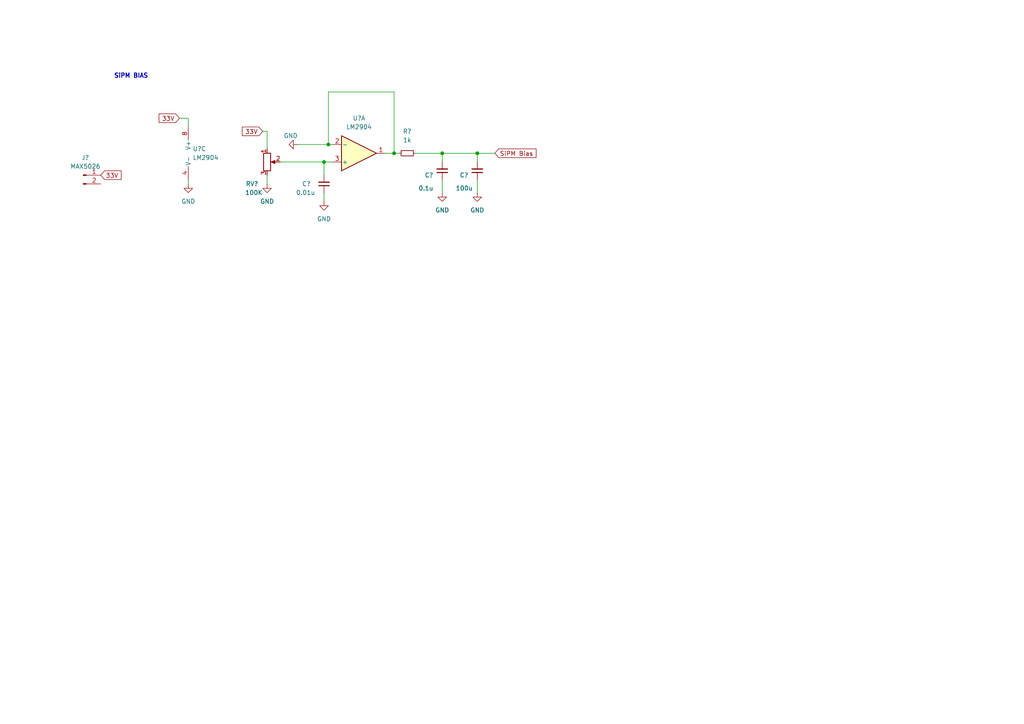
<source format=kicad_sch>
(kicad_sch (version 20211123) (generator eeschema)
  (paper "A4")
  (lib_symbols
    (symbol "Amplifier_Operational:LM2904" (pin_names (offset 0.127))
      (property "Reference" "U" (at 0 5.08 0))
      (property "Value" "LM2904" (at 0 -5.08 0))
      (symbol "LM2904_1_1"
        (polyline (pts (xy -5.08 5.08) (xy 5.08 0) (xy -5.08 -5.08) (xy -5.08 5.08)) (stroke (width 0.254)) (fill (type background)))
        (pin output line (at 7.62 0 180) (length 2.54) (name "~") (number "1"))
        (pin input line (at -7.62 -2.54 0) (length 2.54) (name "-") (number "2"))
        (pin input line (at -7.62 2.54 0) (length 2.54) (name "+") (number "3"))
      )
      (symbol "LM2904_2_1"
        (polyline (pts (xy -5.08 5.08) (xy 5.08 0) (xy -5.08 -5.08) (xy -5.08 5.08)) (stroke (width 0.254)) (fill (type background)))
        (pin input line (at -7.62 2.54 0) (length 2.54) (name "+") (number "5"))
        (pin input line (at -7.62 -2.54 0) (length 2.54) (name "-") (number "6"))
        (pin output line (at 7.62 0 180) (length 2.54) (name "~") (number "7"))
      )
      (symbol "LM2904_3_1"
        (pin power_in line (at -2.54 -7.62 90) (length 3.81) (name "V-") (number "4"))
        (pin power_in line (at -2.54 7.62 270) (length 3.81) (name "V+") (number "8"))
      )
    )
    (symbol "Connector:Conn_01x02_Male" (pin_names (offset 1.016) hide)
      (property "Reference" "J" (at 0 2.54 0))
      (property "Value" "Conn_01x02_Male" (at 0 -5.08 0))
      (symbol "Conn_01x02_Male_1_1"
        (polyline (pts (xy 1.27 -2.54) (xy 0.8636 -2.54)) (stroke (width 0.1524)))
        (polyline (pts (xy 1.27 0) (xy 0.8636 0)) (stroke (width 0.1524)))
        (rectangle (start 0.8636 -2.413) (end 0 -2.667) (stroke (width 0.1524)) (fill (type outline)))
        (rectangle (start 0.8636 0.127) (end 0 -0.127) (stroke (width 0.1524)) (fill (type outline)))
        (pin passive line (at 5.08 0 180) (length 3.81) (name "Pin_1") (number "1"))
        (pin passive line (at 5.08 -2.54 180) (length 3.81) (name "Pin_2") (number "2"))
      )
    )
    (symbol "Device:C_Small" (pin_numbers hide) (pin_names (offset 0.254) hide)
      (property "Reference" "C" (at 0.254 1.778 0))
      (property "Value" "C_Small" (at 0.254 -2.032 0))
      (symbol "C_Small_0_1"
        (polyline (pts (xy -1.524 -0.508) (xy 1.524 -0.508)) (stroke (width 0.3302)))
        (polyline (pts (xy -1.524 0.508) (xy 1.524 0.508)) (stroke (width 0.3048)))
      )
      (symbol "C_Small_1_1"
        (pin passive line (at 0 2.54 270) (length 2.032) (name "~") (number "1"))
        (pin passive line (at 0 -2.54 90) (length 2.032) (name "~") (number "2"))
      )
    )
    (symbol "Device:R_Potentiometer" (pin_names (offset 1.016) hide)
      (property "Reference" "RV" (at -4.445 0 90))
      (property "Value" "R_Potentiometer" (at -2.54 0 90))
      (symbol "R_Potentiometer_0_1"
        (polyline (pts (xy 2.54 0) (xy 1.524 0)))
        (polyline (pts (xy 1.143 0) (xy 2.286 0.508) (xy 2.286 -0.508) (xy 1.143 0)) (fill (type outline)))
        (rectangle (start 1.016 2.54) (end -1.016 -2.54) (stroke (width 0.254)))
      )
      (symbol "R_Potentiometer_1_1"
        (pin passive line (at 0 3.81 270) (length 1.27) (name "1") (number "1"))
        (pin passive line (at 3.81 0 180) (length 1.27) (name "2") (number "2"))
        (pin passive line (at 0 -3.81 90) (length 1.27) (name "3") (number "3"))
      )
    )
    (symbol "Device:R_Small" (pin_numbers hide) (pin_names (offset 0.254) hide)
      (property "Reference" "R" (at 0.762 0.508 0))
      (property "Value" "R_Small" (at 0.762 -1.016 0))
      (symbol "R_Small_0_1"
        (rectangle (start -0.762 1.778) (end 0.762 -1.778) (stroke (width 0.2032)))
      )
      (symbol "R_Small_1_1"
        (pin passive line (at 0 2.54 270) (length 0.762) (name "~") (number "1"))
        (pin passive line (at 0 -2.54 90) (length 0.762) (name "~") (number "2"))
      )
    )
    (symbol "power:GND" (power) (pin_names (offset 0))
      (property "Value" "GND" (at 0 -3.81 0))
      (symbol "GND_0_1"
        (polyline (pts (xy 0 0) (xy 0 -1.27) (xy 1.27 -1.27) (xy 0 -2.54) (xy -1.27 -1.27) (xy 0 -1.27)))
      )
      (symbol "GND_1_1"
        (pin power_in line (at 0 0 270) (length 0) hide (name "GND") (number "1"))
      )
    )
  )
  (junction (at 93.98 46.99))
  (junction (at 138.43 44.45))
  (junction (at 128.27 44.45))
  (junction (at 95.25 41.91))
  (junction (at 114.3 44.45))
  (wire (pts (xy 120.65 44.45) (xy 128.27 44.45)))
  (wire (pts (xy 128.27 44.45) (xy 138.43 44.45)))
  (wire (pts (xy 95.25 41.91) (xy 96.52 41.91)))
  (wire (pts (xy 114.3 44.45) (xy 115.57 44.45)))
  (wire (pts (xy 93.98 46.99) (xy 93.98 50.8)))
  (wire (pts (xy 81.28 46.99) (xy 93.98 46.99)))
  (wire (pts (xy 93.98 46.99) (xy 96.52 46.99)))
  (wire (pts (xy 77.47 50.8) (xy 77.47 53.34)))
  (wire (pts (xy 138.43 52.07) (xy 138.43 55.88)))
  (wire (pts (xy 138.43 44.45) (xy 138.43 46.99)))
  (wire (pts (xy 54.61 34.29) (xy 54.61 36.83)))
  (wire (pts (xy 143.51 44.45) (xy 138.43 44.45)))
  (wire (pts (xy 95.25 41.91) (xy 95.25 26.67)))
  (wire (pts (xy 128.27 52.07) (xy 128.27 55.88)))
  (wire (pts (xy 128.27 44.45) (xy 128.27 46.99)))
  (wire (pts (xy 54.61 52.07) (xy 54.61 53.34)))
  (wire (pts (xy 86.36 41.91) (xy 95.25 41.91)))
  (wire (pts (xy 93.98 55.88) (xy 93.98 58.42)))
  (wire (pts (xy 114.3 26.67) (xy 114.3 44.45)))
  (wire (pts (xy 77.47 38.1) (xy 77.47 43.18)))
  (wire (pts (xy 52.07 34.29) (xy 54.61 34.29)))
  (wire (pts (xy 111.76 44.45) (xy 114.3 44.45)))
  (wire (pts (xy 76.2 38.1) (xy 77.47 38.1)))
  (wire (pts (xy 95.25 26.67) (xy 114.3 26.67)))
  (text "SiPM BIAS" (at 33.02 22.86 0) (effects (font (size 1.27 1.27) bold) (justify left bottom)))
  (global_label "33V" (shape input) (at 76.2 38.1 180) (property "Intersheet References" "${INTERSHEET_REFS}" (effects hide)))
  (global_label "33V" (shape input) (at 52.07 34.29 180) (property "Intersheet References" "${INTERSHEET_REFS}" (effects hide)))
  (global_label "33V" (shape input) (at 29.21 50.8 0) (property "Intersheet References" "${INTERSHEET_REFS}" (effects hide)))
  (global_label "SiPM Bias" (shape input) (at 143.51 44.45 0) (property "Intersheet References" "${INTERSHEET_REFS}" (effects hide)))
  (symbol (lib_id "Device:R_Small") (at 118.11 44.45 270) (unit 1)
    (property "Reference" "R?" (at 118.11 38.1 90))
    (property "Value" "1k" (at 118.11 40.64 90))
  )
  (symbol (lib_id "power:GND") (at 128.27 55.88 0) (unit 1)
    (property "Reference" "#PWR?" (effects hide))
    (property "Value" "GND" (at 128.27 60.96 0))
  )
  (symbol (lib_id "Connector:Conn_01x02_Male") (at 24.13 50.8 0) (unit 1)
    (property "Reference" "J?" (at 24.765 45.72 0))
    (property "Value" "MAX5026" (at 24.765 48.26 0))
  )
  (symbol (lib_id "power:GND") (at 86.36 41.91 270) (unit 1)
    (property "Reference" "#PWR?" (effects hide))
    (property "Value" "GND" (at 86.36 39.37 90) (effects (justify right)))
  )
  (symbol (lib_id "Amplifier_Operational:LM2904") (at 57.15 44.45 0) (unit 3)
    (property "Reference" "U?" (at 55.88 43.1799 0) (effects (justify left)))
    (property "Value" "LM2904" (at 55.88 45.7199 0) (effects (justify left)))
    (property "Datasheet" "http://www.ti.com/lit/ds/symlink/lm358.pdf" (effects hide))
  )
  (symbol (lib_id "Device:C_Small") (at 128.27 49.53 180) (unit 1)
    (property "Reference" "C?" (at 125.73 50.8 0) (effects (justify left)))
    (property "Value" "0.1u" (at 125.73 54.61 0) (effects (justify left)))
  )
  (symbol (lib_id "Device:R_Potentiometer") (at 77.47 46.99 0) (unit 1)
    (property "Reference" "RV?" (at 74.93 53.34 0) (effects (justify right)))
    (property "Value" "100K" (at 76.2 55.88 0) (effects (justify right)))
  )
  (symbol (lib_id "Amplifier_Operational:LM2904") (at 104.14 44.45 0) (mirror x) (unit 1)
    (property "Reference" "U?" (at 104.14 34.29 0))
    (property "Value" "LM2904" (at 104.14 36.83 0))
    (property "Datasheet" "http://www.ti.com/lit/ds/symlink/lm358.pdf" (effects hide))
  )
  (symbol (lib_id "Device:C_Small") (at 138.43 49.53 180) (unit 1)
    (property "Reference" "C?" (at 135.89 50.8 0) (effects (justify left)))
    (property "Value" "100u" (at 137.16 54.61 0) (effects (justify left)))
  )
  (symbol (lib_id "power:GND") (at 77.47 53.34 0) (unit 1)
    (property "Reference" "#PWR?" (effects hide))
    (property "Value" "GND" (at 77.47 58.42 0))
  )
  (symbol (lib_id "power:GND") (at 138.43 55.88 0) (unit 1)
    (property "Reference" "#PWR?" (effects hide))
    (property "Value" "GND" (at 138.43 60.96 0))
  )
  (symbol (lib_id "power:GND") (at 54.61 53.34 0) (unit 1)
    (property "Reference" "#PWR?" (effects hide))
    (property "Value" "GND" (at 54.61 58.42 0))
  )
  (symbol (lib_id "Device:C_Small") (at 93.98 53.34 180) (unit 1)
    (property "Reference" "C?" (at 90.17 53.34 0) (effects (justify left)))
    (property "Value" "0.01u" (at 91.44 55.88 0) (effects (justify left)))
  )
  (symbol (lib_id "power:GND") (at 93.98 58.42 0) (unit 1)
    (property "Reference" "#PWR?" (effects hide))
    (property "Value" "GND" (at 93.98 63.5 0))
  )
)
</source>
